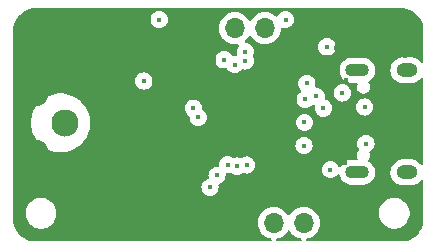
<source format=gbr>
%TF.GenerationSoftware,KiCad,Pcbnew,8.0.0*%
%TF.CreationDate,2024-03-05T20:17:21-06:00*%
%TF.ProjectId,rigel-a-hw,72696765-6c2d-4612-9d68-772e6b696361,rev?*%
%TF.SameCoordinates,Original*%
%TF.FileFunction,Copper,L2,Inr*%
%TF.FilePolarity,Positive*%
%FSLAX46Y46*%
G04 Gerber Fmt 4.6, Leading zero omitted, Abs format (unit mm)*
G04 Created by KiCad (PCBNEW 8.0.0) date 2024-03-05 20:17:21*
%MOMM*%
%LPD*%
G01*
G04 APERTURE LIST*
%TA.AperFunction,ComponentPad*%
%ADD10C,2.300000*%
%TD*%
%TA.AperFunction,ComponentPad*%
%ADD11R,1.700000X1.700000*%
%TD*%
%TA.AperFunction,ComponentPad*%
%ADD12O,1.700000X1.700000*%
%TD*%
%TA.AperFunction,ComponentPad*%
%ADD13O,1.800000X1.200000*%
%TD*%
%TA.AperFunction,ComponentPad*%
%ADD14O,2.000000X1.100000*%
%TD*%
%TA.AperFunction,ViaPad*%
%ADD15C,0.450000*%
%TD*%
G04 APERTURE END LIST*
D10*
%TO.N,GND*%
%TO.C,U6*%
X102019990Y-107300000D03*
X102019990Y-112380010D03*
X107100000Y-112380010D03*
X107100000Y-107300000D03*
%TO.N,Net-(U6-IN)*%
X104559995Y-109840005D03*
%TD*%
D11*
%TO.N,GND*%
%TO.C,J3*%
X116375000Y-101825000D03*
D12*
%TO.N,/USART1_RX*%
X118915000Y-101825000D03*
%TO.N,/USART1_TX*%
X121455000Y-101825000D03*
%TD*%
D13*
%TO.N,unconnected-(U4-SHELL-Pad13)_0*%
%TO.C,U4*%
X133479960Y-105384861D03*
D14*
%TO.N,unconnected-(U4-SHELL-Pad13)*%
X129279807Y-105384861D03*
D13*
%TO.N,unconnected-(U4-SHELL-Pad14)_0*%
X133479960Y-114034849D03*
D14*
%TO.N,unconnected-(U4-SHELL-Pad14)*%
X129279807Y-114034849D03*
%TD*%
D11*
%TO.N,GND*%
%TO.C,J1*%
X127280000Y-118300000D03*
D12*
%TO.N,/JTCK{slash}SWCLK*%
X124740000Y-118300000D03*
%TO.N,/JTMS{slash}SWDIO*%
X122200000Y-118300000D03*
%TD*%
D15*
%TO.N,+3.3V*%
X119100000Y-113500000D03*
%TO.N,GND*%
X126213102Y-105591148D03*
%TO.N,+3.3V*%
X125800000Y-107600000D03*
X126400000Y-108600000D03*
%TO.N,+1V5*%
X124859082Y-107847105D03*
%TO.N,GND*%
X134000000Y-112600000D03*
X132800000Y-112600000D03*
%TO.N,/RESET*%
X115400000Y-108600000D03*
%TO.N,+3.3V*%
X119800000Y-103800000D03*
%TO.N,+1V5*%
X119900000Y-113400000D03*
%TO.N,GND*%
X104140000Y-115570000D03*
X114300000Y-119380000D03*
X129540000Y-101600000D03*
X107950000Y-114300000D03*
X123000000Y-108000000D03*
X133350000Y-111760000D03*
X131060000Y-106660000D03*
X128500000Y-103500000D03*
X109220000Y-116840000D03*
X132080000Y-115570000D03*
X109800000Y-111000000D03*
X120000000Y-100500000D03*
X115500000Y-114600000D03*
X128500000Y-101000000D03*
X102870000Y-104140000D03*
X118200000Y-110000000D03*
X127000000Y-111000000D03*
X121000000Y-108000000D03*
X101600000Y-119380000D03*
X116000000Y-100500000D03*
X114000000Y-109200000D03*
X113215018Y-108800000D03*
X113800000Y-115600000D03*
X133600000Y-107930000D03*
X129900000Y-117000000D03*
X111500000Y-104000000D03*
X106000000Y-105800000D03*
X118200000Y-109000000D03*
X118110000Y-118110000D03*
X102000000Y-100800000D03*
X105410000Y-116840000D03*
X110500000Y-109200000D03*
X114200000Y-111795000D03*
X104200000Y-100500000D03*
X132080000Y-119380000D03*
X124000000Y-115000000D03*
X132080000Y-104140000D03*
X128200000Y-113200000D03*
X109000000Y-110600000D03*
X119000000Y-107000000D03*
X103700000Y-106200000D03*
X122000000Y-108000000D03*
X121200000Y-115000000D03*
X110100000Y-108400000D03*
X126000000Y-104500000D03*
X113030000Y-119380000D03*
X102870000Y-101600000D03*
X104600000Y-101300000D03*
X105500000Y-100500000D03*
X133600000Y-110470000D03*
X114000000Y-100500000D03*
X107300000Y-109000000D03*
X123000000Y-107000000D03*
X132330000Y-106660000D03*
X105500000Y-102000000D03*
X120000000Y-107000000D03*
X101600000Y-104140000D03*
X123000000Y-110000000D03*
X121000000Y-109000000D03*
X132330000Y-110470000D03*
X133350000Y-101600000D03*
X109000000Y-113200000D03*
X125800000Y-103500000D03*
X104600000Y-105800000D03*
X116840000Y-119380000D03*
X109300000Y-108800000D03*
X133350000Y-115570000D03*
X113405054Y-107863208D03*
X105410000Y-114300000D03*
X116500000Y-103500000D03*
X123000000Y-109000000D03*
X122000000Y-109000000D03*
X122200000Y-115000000D03*
X110490000Y-116840000D03*
X110490000Y-115570000D03*
X119000000Y-111000000D03*
X107300000Y-110400000D03*
X119380000Y-118110000D03*
X115570000Y-119380000D03*
X108200000Y-110600000D03*
X132330000Y-109200000D03*
X113030000Y-118110000D03*
X121000000Y-107000000D03*
X106680000Y-118110000D03*
X110500000Y-107600000D03*
X122000000Y-111000000D03*
X133600000Y-109200000D03*
X109220000Y-118110000D03*
X127500000Y-103500000D03*
X120650000Y-119380000D03*
X121000000Y-111000000D03*
X108700000Y-106000000D03*
X107000000Y-100500000D03*
X112165018Y-108000000D03*
X120000000Y-111000000D03*
X107950000Y-118110000D03*
X110600000Y-110600000D03*
X114300000Y-101600000D03*
X104600000Y-117500000D03*
X125000000Y-115000000D03*
X110490000Y-119380000D03*
X110000000Y-102500000D03*
X109220000Y-115570000D03*
X101600000Y-115570000D03*
X128275000Y-106200000D03*
X110000000Y-103500000D03*
X113500000Y-102000000D03*
X107950000Y-119380000D03*
X101000000Y-110500000D03*
X110400000Y-113200000D03*
X131060000Y-107930000D03*
X104140000Y-119380000D03*
X133350000Y-104140000D03*
X111055010Y-108400000D03*
X101600000Y-105410000D03*
X113400000Y-110830000D03*
X123000000Y-111000000D03*
X104140000Y-114300000D03*
X106680000Y-119380000D03*
X114300000Y-118110000D03*
X108500000Y-100500000D03*
X127000000Y-101000000D03*
X106680000Y-116840000D03*
X102870000Y-114300000D03*
X104000000Y-102000000D03*
X119380000Y-119380000D03*
X119000000Y-110000000D03*
X128000000Y-115000000D03*
X109220000Y-119380000D03*
X120650000Y-118110000D03*
X130810000Y-101600000D03*
X132330000Y-107930000D03*
X116840000Y-118110000D03*
X127000000Y-110000000D03*
X101000000Y-109000000D03*
X101600000Y-114300000D03*
X123500000Y-119400000D03*
X110490000Y-118110000D03*
X107000000Y-102000000D03*
X108400000Y-108800000D03*
X122000000Y-107000000D03*
X116200000Y-110900000D03*
X102800000Y-100400000D03*
X106100000Y-104800000D03*
X131060000Y-109200000D03*
X107950000Y-116840000D03*
X133600000Y-106660000D03*
X107950000Y-115570000D03*
X102870000Y-105410000D03*
X105410000Y-118110000D03*
X117500000Y-100500000D03*
X115570000Y-118110000D03*
X131000000Y-116200000D03*
X127000000Y-104500000D03*
X120000000Y-110000000D03*
X114400000Y-111000000D03*
X111500000Y-102500000D03*
X130810000Y-119380000D03*
X115200000Y-111400000D03*
X118200000Y-111000000D03*
X101600000Y-101600000D03*
X102870000Y-119380000D03*
X109300000Y-107600000D03*
X115000000Y-103500000D03*
X105410000Y-119380000D03*
X111760000Y-119380000D03*
X113488028Y-112821833D03*
X118200000Y-108000000D03*
X120000000Y-108000000D03*
X122000000Y-110000000D03*
X129400000Y-118300000D03*
X105200000Y-106500000D03*
X133350000Y-119380000D03*
X131200000Y-105410000D03*
X121000000Y-110000000D03*
X106100000Y-101300000D03*
X111760000Y-118110000D03*
X110200000Y-112000000D03*
X109000000Y-112000000D03*
X110400000Y-114400000D03*
X132080000Y-101600000D03*
X131400000Y-110200000D03*
X120000000Y-109000000D03*
X106680000Y-115570000D03*
X117770033Y-103206970D03*
X102870000Y-115570000D03*
X111760000Y-116840000D03*
X105410000Y-115570000D03*
X102870000Y-102870000D03*
X107800000Y-101300000D03*
X101600000Y-102870000D03*
X119000000Y-109000000D03*
X109220000Y-114300000D03*
X127000000Y-115000000D03*
X106680000Y-114300000D03*
X119000000Y-108000000D03*
X118110000Y-119380000D03*
X115400000Y-113100000D03*
%TO.N,+3.3V*%
X126700000Y-103400000D03*
X118000000Y-104500000D03*
X117391971Y-114291386D03*
X123200000Y-101100000D03*
X119100000Y-113500000D03*
X125000000Y-106500000D03*
X124755131Y-111770495D03*
%TO.N,+5V*%
X128000000Y-107300000D03*
X130000000Y-111600000D03*
%TO.N,/PB0-VDD_TCXO*%
X116800000Y-115300000D03*
%TO.N,/OSC_IN*%
X118290538Y-113366470D03*
%TO.N,Net-(U4-CC1)*%
X127000000Y-113800000D03*
X129900000Y-108500000D03*
%TO.N,/BOOT0*%
X115800000Y-109370000D03*
%TO.N,/TIM1_CH1_LED_1*%
X112500000Y-101100000D03*
%TO.N,/USART2_RX*%
X118884625Y-104900000D03*
%TO.N,/USART2_TX*%
X119800000Y-104600000D03*
%TO.N,/TIM1_CH2_LED_2*%
X111200000Y-106300000D03*
%TO.N,Net-(U1-VDDA)*%
X124800000Y-109800000D03*
%TD*%
%TA.AperFunction,Conductor*%
%TO.N,GND*%
G36*
X112503346Y-100145098D02*
G01*
X112535192Y-100129360D01*
X112556586Y-100127500D01*
X123143414Y-100127500D01*
X123203346Y-100145098D01*
X123235192Y-100129360D01*
X123256586Y-100127500D01*
X132970899Y-100127500D01*
X132995933Y-100127500D01*
X133004042Y-100127765D01*
X133025793Y-100129190D01*
X133236316Y-100142988D01*
X133252375Y-100145103D01*
X133476677Y-100189720D01*
X133492322Y-100193912D01*
X133708886Y-100267426D01*
X133723857Y-100273627D01*
X133892297Y-100356692D01*
X133928960Y-100374772D01*
X133943008Y-100382882D01*
X134133152Y-100509933D01*
X134146012Y-100519801D01*
X134230884Y-100594232D01*
X134317946Y-100670584D01*
X134329415Y-100682053D01*
X134470609Y-100843053D01*
X134480195Y-100853983D01*
X134490069Y-100866851D01*
X134617117Y-101056992D01*
X134625227Y-101071039D01*
X134726369Y-101276135D01*
X134732576Y-101291120D01*
X134806084Y-101507666D01*
X134810282Y-101523334D01*
X134854894Y-101747612D01*
X134857012Y-101763693D01*
X134872235Y-101995956D01*
X134872500Y-102004066D01*
X134872500Y-104634698D01*
X134852815Y-104701737D01*
X134800011Y-104747492D01*
X134730853Y-104757436D01*
X134667297Y-104728411D01*
X134648183Y-104707584D01*
X134619378Y-104667939D01*
X134619374Y-104667933D01*
X134496888Y-104545447D01*
X134356748Y-104443629D01*
X134202405Y-104364988D01*
X134037661Y-104311459D01*
X134037659Y-104311458D01*
X134037658Y-104311458D01*
X133906231Y-104290642D01*
X133866571Y-104284361D01*
X133093349Y-104284361D01*
X133053688Y-104290642D01*
X132922262Y-104311458D01*
X132757512Y-104364989D01*
X132603171Y-104443629D01*
X132525590Y-104499996D01*
X132463032Y-104545447D01*
X132463030Y-104545449D01*
X132463029Y-104545449D01*
X132340548Y-104667930D01*
X132340548Y-104667931D01*
X132340546Y-104667933D01*
X132340542Y-104667939D01*
X132238728Y-104808072D01*
X132160088Y-104962413D01*
X132106557Y-105127163D01*
X132093154Y-105211787D01*
X132079460Y-105298250D01*
X132079460Y-105471472D01*
X132082130Y-105488327D01*
X132104582Y-105630091D01*
X132106558Y-105642562D01*
X132160087Y-105807306D01*
X132238728Y-105961649D01*
X132340546Y-106101789D01*
X132463032Y-106224275D01*
X132603172Y-106326093D01*
X132757515Y-106404734D01*
X132922259Y-106458263D01*
X133093349Y-106485361D01*
X133093350Y-106485361D01*
X133866570Y-106485361D01*
X133866571Y-106485361D01*
X134037661Y-106458263D01*
X134202405Y-106404734D01*
X134356748Y-106326093D01*
X134496888Y-106224275D01*
X134619374Y-106101789D01*
X134648182Y-106062137D01*
X134703512Y-106019472D01*
X134773125Y-106013493D01*
X134834920Y-106046098D01*
X134869277Y-106106937D01*
X134872500Y-106135023D01*
X134872500Y-113284686D01*
X134852815Y-113351725D01*
X134800011Y-113397480D01*
X134730853Y-113407424D01*
X134667297Y-113378399D01*
X134648183Y-113357572D01*
X134619378Y-113317927D01*
X134619374Y-113317921D01*
X134496888Y-113195435D01*
X134356748Y-113093617D01*
X134202405Y-113014976D01*
X134037661Y-112961447D01*
X134037659Y-112961446D01*
X134037658Y-112961446D01*
X133893657Y-112938639D01*
X133866571Y-112934349D01*
X133093349Y-112934349D01*
X133066263Y-112938639D01*
X132922262Y-112961446D01*
X132757512Y-113014977D01*
X132603171Y-113093617D01*
X132536290Y-113142210D01*
X132463032Y-113195435D01*
X132463030Y-113195437D01*
X132463029Y-113195437D01*
X132340548Y-113317918D01*
X132340548Y-113317919D01*
X132340546Y-113317921D01*
X132340542Y-113317927D01*
X132238728Y-113458060D01*
X132160088Y-113612401D01*
X132106557Y-113777151D01*
X132102938Y-113800003D01*
X132079460Y-113948238D01*
X132079460Y-114121460D01*
X132082130Y-114138315D01*
X132106373Y-114291386D01*
X132106558Y-114292550D01*
X132160087Y-114457294D01*
X132238728Y-114611637D01*
X132340546Y-114751777D01*
X132463032Y-114874263D01*
X132603172Y-114976081D01*
X132757515Y-115054722D01*
X132922259Y-115108251D01*
X133093349Y-115135349D01*
X133093350Y-115135349D01*
X133866570Y-115135349D01*
X133866571Y-115135349D01*
X134037661Y-115108251D01*
X134202405Y-115054722D01*
X134356748Y-114976081D01*
X134496888Y-114874263D01*
X134619374Y-114751777D01*
X134648182Y-114712125D01*
X134703512Y-114669460D01*
X134773125Y-114663481D01*
X134834920Y-114696086D01*
X134869277Y-114756925D01*
X134872500Y-114785011D01*
X134872500Y-117995933D01*
X134872235Y-118004043D01*
X134857012Y-118236306D01*
X134854894Y-118252387D01*
X134810282Y-118476665D01*
X134806084Y-118492333D01*
X134732576Y-118708879D01*
X134726369Y-118723864D01*
X134625227Y-118928960D01*
X134617117Y-118943007D01*
X134490069Y-119133148D01*
X134480195Y-119146016D01*
X134329415Y-119317946D01*
X134317946Y-119329415D01*
X134146016Y-119480195D01*
X134133148Y-119490069D01*
X133943007Y-119617117D01*
X133928960Y-119625227D01*
X133723864Y-119726369D01*
X133708879Y-119732576D01*
X133492333Y-119806084D01*
X133476665Y-119810282D01*
X133252387Y-119854894D01*
X133236306Y-119857012D01*
X133004043Y-119872235D01*
X132995933Y-119872500D01*
X125031155Y-119872500D01*
X124964116Y-119852815D01*
X124918361Y-119800011D01*
X124908417Y-119730853D01*
X124937442Y-119667297D01*
X124996220Y-119629523D01*
X124999062Y-119628725D01*
X125095178Y-119602971D01*
X125203663Y-119573903D01*
X125417830Y-119474035D01*
X125611401Y-119338495D01*
X125778495Y-119171401D01*
X125914035Y-118977830D01*
X126013903Y-118763663D01*
X126075063Y-118535408D01*
X126095659Y-118300000D01*
X126075063Y-118064592D01*
X126013903Y-117836337D01*
X125914035Y-117622171D01*
X125908425Y-117614158D01*
X125900158Y-117602351D01*
X131099500Y-117602351D01*
X131131522Y-117804534D01*
X131194781Y-117999223D01*
X131287715Y-118181613D01*
X131408028Y-118347213D01*
X131552786Y-118491971D01*
X131707749Y-118604556D01*
X131718390Y-118612287D01*
X131834607Y-118671503D01*
X131900776Y-118705218D01*
X131900778Y-118705218D01*
X131900781Y-118705220D01*
X132005137Y-118739127D01*
X132095465Y-118768477D01*
X132196557Y-118784488D01*
X132297648Y-118800500D01*
X132297649Y-118800500D01*
X132502351Y-118800500D01*
X132502352Y-118800500D01*
X132704534Y-118768477D01*
X132899219Y-118705220D01*
X133081610Y-118612287D01*
X133187433Y-118535403D01*
X133247213Y-118491971D01*
X133247215Y-118491968D01*
X133247219Y-118491966D01*
X133391966Y-118347219D01*
X133391968Y-118347215D01*
X133391971Y-118347213D01*
X133460865Y-118252387D01*
X133512287Y-118181610D01*
X133605220Y-117999219D01*
X133668477Y-117804534D01*
X133700500Y-117602352D01*
X133700500Y-117397648D01*
X133668477Y-117195466D01*
X133645894Y-117125964D01*
X133613446Y-117026098D01*
X133605220Y-117000781D01*
X133605218Y-117000778D01*
X133605218Y-117000776D01*
X133571503Y-116934607D01*
X133512287Y-116818390D01*
X133504556Y-116807749D01*
X133391971Y-116652786D01*
X133247213Y-116508028D01*
X133081613Y-116387715D01*
X133081612Y-116387714D01*
X133081610Y-116387713D01*
X133024653Y-116358691D01*
X132899223Y-116294781D01*
X132704534Y-116231522D01*
X132529995Y-116203878D01*
X132502352Y-116199500D01*
X132297648Y-116199500D01*
X132273329Y-116203351D01*
X132095465Y-116231522D01*
X131900776Y-116294781D01*
X131718386Y-116387715D01*
X131552786Y-116508028D01*
X131408028Y-116652786D01*
X131287715Y-116818386D01*
X131194781Y-117000776D01*
X131131522Y-117195465D01*
X131099500Y-117397648D01*
X131099500Y-117602351D01*
X125900158Y-117602351D01*
X125778494Y-117428597D01*
X125611402Y-117261506D01*
X125611395Y-117261501D01*
X125417834Y-117125967D01*
X125417830Y-117125965D01*
X125417828Y-117125964D01*
X125203663Y-117026097D01*
X125203659Y-117026096D01*
X125203655Y-117026094D01*
X124975413Y-116964938D01*
X124975403Y-116964936D01*
X124740001Y-116944341D01*
X124739999Y-116944341D01*
X124504596Y-116964936D01*
X124504586Y-116964938D01*
X124276344Y-117026094D01*
X124276335Y-117026098D01*
X124062171Y-117125964D01*
X124062169Y-117125965D01*
X123868597Y-117261505D01*
X123701505Y-117428597D01*
X123571575Y-117614158D01*
X123516998Y-117657783D01*
X123447500Y-117664977D01*
X123385145Y-117633454D01*
X123368425Y-117614158D01*
X123238494Y-117428597D01*
X123071402Y-117261506D01*
X123071395Y-117261501D01*
X122877834Y-117125967D01*
X122877830Y-117125965D01*
X122877828Y-117125964D01*
X122663663Y-117026097D01*
X122663659Y-117026096D01*
X122663655Y-117026094D01*
X122435413Y-116964938D01*
X122435403Y-116964936D01*
X122200001Y-116944341D01*
X122199999Y-116944341D01*
X121964596Y-116964936D01*
X121964586Y-116964938D01*
X121736344Y-117026094D01*
X121736335Y-117026098D01*
X121522171Y-117125964D01*
X121522169Y-117125965D01*
X121328597Y-117261505D01*
X121161505Y-117428597D01*
X121025965Y-117622169D01*
X121025964Y-117622171D01*
X120926098Y-117836335D01*
X120926094Y-117836344D01*
X120864938Y-118064586D01*
X120864936Y-118064596D01*
X120844341Y-118299999D01*
X120844341Y-118300000D01*
X120864936Y-118535403D01*
X120864938Y-118535413D01*
X120926094Y-118763655D01*
X120926096Y-118763659D01*
X120926097Y-118763663D01*
X121006004Y-118935023D01*
X121025965Y-118977830D01*
X121025967Y-118977834D01*
X121134281Y-119132521D01*
X121161505Y-119171401D01*
X121328599Y-119338495D01*
X121424675Y-119405768D01*
X121522165Y-119474032D01*
X121522167Y-119474033D01*
X121522170Y-119474035D01*
X121736337Y-119573903D01*
X121736343Y-119573904D01*
X121736344Y-119573905D01*
X121940938Y-119628725D01*
X122000599Y-119665090D01*
X122031128Y-119727937D01*
X122022834Y-119797312D01*
X121978348Y-119851190D01*
X121911796Y-119872465D01*
X121908845Y-119872500D01*
X102004067Y-119872500D01*
X101995957Y-119872235D01*
X101763693Y-119857012D01*
X101747612Y-119854894D01*
X101523334Y-119810282D01*
X101507666Y-119806084D01*
X101291120Y-119732576D01*
X101276135Y-119726369D01*
X101071039Y-119625227D01*
X101056992Y-119617117D01*
X100866851Y-119490069D01*
X100853983Y-119480195D01*
X100682053Y-119329415D01*
X100670584Y-119317946D01*
X100610924Y-119249918D01*
X100519801Y-119146012D01*
X100509930Y-119133148D01*
X100382882Y-118943007D01*
X100374772Y-118928960D01*
X100295631Y-118768477D01*
X100273627Y-118723857D01*
X100267426Y-118708886D01*
X100193912Y-118492322D01*
X100189720Y-118476677D01*
X100145103Y-118252375D01*
X100142988Y-118236316D01*
X100127765Y-118004042D01*
X100127500Y-117995933D01*
X100127500Y-117602351D01*
X101199500Y-117602351D01*
X101231522Y-117804534D01*
X101294781Y-117999223D01*
X101387715Y-118181613D01*
X101508028Y-118347213D01*
X101652786Y-118491971D01*
X101807749Y-118604556D01*
X101818390Y-118612287D01*
X101934607Y-118671503D01*
X102000776Y-118705218D01*
X102000778Y-118705218D01*
X102000781Y-118705220D01*
X102105137Y-118739127D01*
X102195465Y-118768477D01*
X102296557Y-118784488D01*
X102397648Y-118800500D01*
X102397649Y-118800500D01*
X102602351Y-118800500D01*
X102602352Y-118800500D01*
X102804534Y-118768477D01*
X102999219Y-118705220D01*
X103181610Y-118612287D01*
X103287433Y-118535403D01*
X103347213Y-118491971D01*
X103347215Y-118491968D01*
X103347219Y-118491966D01*
X103491966Y-118347219D01*
X103491968Y-118347215D01*
X103491971Y-118347213D01*
X103560865Y-118252387D01*
X103612287Y-118181610D01*
X103705220Y-117999219D01*
X103768477Y-117804534D01*
X103800500Y-117602352D01*
X103800500Y-117397648D01*
X103768477Y-117195466D01*
X103745894Y-117125964D01*
X103713446Y-117026098D01*
X103705220Y-117000781D01*
X103705218Y-117000778D01*
X103705218Y-117000776D01*
X103671503Y-116934607D01*
X103612287Y-116818390D01*
X103604556Y-116807749D01*
X103491971Y-116652786D01*
X103347213Y-116508028D01*
X103181613Y-116387715D01*
X103181612Y-116387714D01*
X103181610Y-116387713D01*
X103124653Y-116358691D01*
X102999223Y-116294781D01*
X102804534Y-116231522D01*
X102629995Y-116203878D01*
X102602352Y-116199500D01*
X102397648Y-116199500D01*
X102373329Y-116203351D01*
X102195465Y-116231522D01*
X102000776Y-116294781D01*
X101818386Y-116387715D01*
X101652786Y-116508028D01*
X101508028Y-116652786D01*
X101387715Y-116818386D01*
X101294781Y-117000776D01*
X101231522Y-117195465D01*
X101199500Y-117397648D01*
X101199500Y-117602351D01*
X100127500Y-117602351D01*
X100127500Y-115300003D01*
X116069909Y-115300003D01*
X116088212Y-115462455D01*
X116142210Y-115616774D01*
X116142211Y-115616775D01*
X116229192Y-115755204D01*
X116344796Y-115870808D01*
X116483225Y-115957789D01*
X116637539Y-116011786D01*
X116637542Y-116011786D01*
X116637544Y-116011787D01*
X116799996Y-116030091D01*
X116800000Y-116030091D01*
X116800004Y-116030091D01*
X116962455Y-116011787D01*
X116962456Y-116011786D01*
X116962461Y-116011786D01*
X117116775Y-115957789D01*
X117255204Y-115870808D01*
X117370808Y-115755204D01*
X117457789Y-115616775D01*
X117511786Y-115462461D01*
X117530091Y-115300000D01*
X117511786Y-115137539D01*
X117511784Y-115137534D01*
X117511200Y-115134973D01*
X117511304Y-115133260D01*
X117511007Y-115130618D01*
X117511469Y-115130565D01*
X117515468Y-115065233D01*
X117556763Y-115008873D01*
X117591135Y-114990329D01*
X117661263Y-114965790D01*
X117708746Y-114949175D01*
X117847175Y-114862194D01*
X117962779Y-114746590D01*
X118049760Y-114608161D01*
X118103757Y-114453847D01*
X118103758Y-114453841D01*
X118122062Y-114291389D01*
X118122062Y-114291384D01*
X118117985Y-114255201D01*
X118115071Y-114229342D01*
X118127125Y-114160522D01*
X118174473Y-114109142D01*
X118242083Y-114091517D01*
X118252174Y-114092239D01*
X118290534Y-114096561D01*
X118290538Y-114096561D01*
X118290542Y-114096561D01*
X118452993Y-114078257D01*
X118452994Y-114078256D01*
X118452999Y-114078256D01*
X118528111Y-114051972D01*
X118597886Y-114048410D01*
X118638265Y-114068113D01*
X118638900Y-114067103D01*
X118644795Y-114070807D01*
X118644796Y-114070808D01*
X118783225Y-114157789D01*
X118937539Y-114211786D01*
X118937542Y-114211786D01*
X118937544Y-114211787D01*
X119099996Y-114230091D01*
X119100000Y-114230091D01*
X119100004Y-114230091D01*
X119262455Y-114211787D01*
X119262456Y-114211786D01*
X119262461Y-114211786D01*
X119416775Y-114157789D01*
X119527972Y-114087918D01*
X119595208Y-114068918D01*
X119634896Y-114075869D01*
X119737539Y-114111786D01*
X119737542Y-114111786D01*
X119737544Y-114111787D01*
X119899996Y-114130091D01*
X119900000Y-114130091D01*
X119900004Y-114130091D01*
X120062455Y-114111787D01*
X120062456Y-114111786D01*
X120062461Y-114111786D01*
X120216775Y-114057789D01*
X120355204Y-113970808D01*
X120470808Y-113855204D01*
X120505493Y-113800003D01*
X126269909Y-113800003D01*
X126288212Y-113962455D01*
X126288213Y-113962460D01*
X126288214Y-113962461D01*
X126295379Y-113982939D01*
X126342210Y-114116774D01*
X126401911Y-114211787D01*
X126429192Y-114255204D01*
X126544796Y-114370808D01*
X126683225Y-114457789D01*
X126837539Y-114511786D01*
X126837542Y-114511786D01*
X126837544Y-114511787D01*
X126999996Y-114530091D01*
X127000000Y-114530091D01*
X127000004Y-114530091D01*
X127162455Y-114511787D01*
X127162456Y-114511786D01*
X127162461Y-114511786D01*
X127316775Y-114457789D01*
X127455204Y-114370808D01*
X127570808Y-114255204D01*
X127581023Y-114238947D01*
X127633357Y-114192655D01*
X127702410Y-114182006D01*
X127766259Y-114210381D01*
X127804631Y-114268770D01*
X127807634Y-114280727D01*
X127819675Y-114341261D01*
X127819677Y-114341269D01*
X127869196Y-114460819D01*
X127898866Y-114532447D01*
X127932324Y-114582521D01*
X128013831Y-114704506D01*
X128160149Y-114850824D01*
X128160152Y-114850826D01*
X128332209Y-114965790D01*
X128523387Y-115044979D01*
X128726337Y-115085348D01*
X128726341Y-115085349D01*
X128726342Y-115085349D01*
X129833273Y-115085349D01*
X129833274Y-115085348D01*
X130036227Y-115044979D01*
X130227405Y-114965790D01*
X130399462Y-114850826D01*
X130545784Y-114704504D01*
X130660748Y-114532447D01*
X130739937Y-114341269D01*
X130780307Y-114138314D01*
X130780307Y-113931384D01*
X130739937Y-113728429D01*
X130660748Y-113537251D01*
X130545784Y-113365194D01*
X130545782Y-113365191D01*
X130399465Y-113218874D01*
X130399461Y-113218871D01*
X130261456Y-113126659D01*
X130216651Y-113073047D01*
X130207944Y-113003722D01*
X130236099Y-112944871D01*
X130235574Y-112944468D01*
X130237483Y-112941979D01*
X130238098Y-112940695D01*
X130240046Y-112938639D01*
X130240514Y-112938028D01*
X130240520Y-112938023D01*
X130302263Y-112831081D01*
X130312993Y-112812496D01*
X130312995Y-112812491D01*
X130312996Y-112812490D01*
X130350513Y-112672476D01*
X130350513Y-112527524D01*
X130312996Y-112387510D01*
X130312995Y-112387508D01*
X130311210Y-112383199D01*
X130303742Y-112313730D01*
X130335018Y-112251251D01*
X130359797Y-112230756D01*
X130455204Y-112170808D01*
X130570808Y-112055204D01*
X130657789Y-111916775D01*
X130711786Y-111762461D01*
X130711787Y-111762455D01*
X130730091Y-111600003D01*
X130730091Y-111599996D01*
X130711787Y-111437544D01*
X130711786Y-111437542D01*
X130711786Y-111437539D01*
X130657789Y-111283225D01*
X130570808Y-111144796D01*
X130455204Y-111029192D01*
X130438193Y-111018503D01*
X130316774Y-110942210D01*
X130162455Y-110888212D01*
X130000004Y-110869909D01*
X129999996Y-110869909D01*
X129837544Y-110888212D01*
X129683225Y-110942210D01*
X129544795Y-111029192D01*
X129429192Y-111144795D01*
X129342210Y-111283225D01*
X129288212Y-111437544D01*
X129269909Y-111599996D01*
X129269909Y-111600003D01*
X129288212Y-111762455D01*
X129342210Y-111916774D01*
X129429470Y-112055646D01*
X129448470Y-112122882D01*
X129428103Y-112189718D01*
X129412158Y-112209298D01*
X129359481Y-112261975D01*
X129359475Y-112261983D01*
X129287006Y-112387503D01*
X129287004Y-112387508D01*
X129268245Y-112457517D01*
X129249487Y-112527524D01*
X129249487Y-112672476D01*
X129268173Y-112742211D01*
X129287004Y-112812491D01*
X129287175Y-112812902D01*
X129287215Y-112813275D01*
X129289108Y-112820340D01*
X129288005Y-112820635D01*
X129294640Y-112882372D01*
X129263361Y-112944850D01*
X129203271Y-112980499D01*
X129172611Y-112984349D01*
X128726337Y-112984349D01*
X128523394Y-113024717D01*
X128523386Y-113024719D01*
X128332210Y-113103907D01*
X128160149Y-113218873D01*
X128013831Y-113365191D01*
X127898861Y-113537257D01*
X127897716Y-113539401D01*
X127896821Y-113540311D01*
X127895482Y-113542316D01*
X127895101Y-113542061D01*
X127848750Y-113589242D01*
X127780611Y-113604698D01*
X127714933Y-113580861D01*
X127672568Y-113525301D01*
X127671320Y-113521894D01*
X127657789Y-113483225D01*
X127605495Y-113400000D01*
X127570808Y-113344796D01*
X127455204Y-113229192D01*
X127438783Y-113218874D01*
X127316774Y-113142210D01*
X127162455Y-113088212D01*
X127000004Y-113069909D01*
X126999996Y-113069909D01*
X126837544Y-113088212D01*
X126683225Y-113142210D01*
X126544795Y-113229192D01*
X126429192Y-113344795D01*
X126342210Y-113483225D01*
X126288212Y-113637544D01*
X126269909Y-113799996D01*
X126269909Y-113800003D01*
X120505493Y-113800003D01*
X120557789Y-113716775D01*
X120611786Y-113562461D01*
X120611787Y-113562455D01*
X120630091Y-113400003D01*
X120630091Y-113399996D01*
X120611787Y-113237544D01*
X120611786Y-113237542D01*
X120611786Y-113237539D01*
X120557789Y-113083225D01*
X120470808Y-112944796D01*
X120355204Y-112829192D01*
X120306131Y-112798357D01*
X120216774Y-112742210D01*
X120062455Y-112688212D01*
X119900004Y-112669909D01*
X119899996Y-112669909D01*
X119737544Y-112688212D01*
X119583224Y-112742210D01*
X119472026Y-112812081D01*
X119404789Y-112831081D01*
X119365100Y-112824129D01*
X119262455Y-112788212D01*
X119100004Y-112769909D01*
X119099996Y-112769909D01*
X118937541Y-112788213D01*
X118862427Y-112814496D01*
X118792648Y-112818057D01*
X118752272Y-112798357D01*
X118751638Y-112799367D01*
X118733888Y-112788214D01*
X118660674Y-112742210D01*
X118607312Y-112708680D01*
X118452993Y-112654682D01*
X118290542Y-112636379D01*
X118290534Y-112636379D01*
X118128082Y-112654682D01*
X117973763Y-112708680D01*
X117835333Y-112795662D01*
X117719730Y-112911265D01*
X117632748Y-113049695D01*
X117578750Y-113204014D01*
X117560447Y-113366466D01*
X117560447Y-113366473D01*
X117567437Y-113428514D01*
X117555382Y-113497336D01*
X117508033Y-113548715D01*
X117440423Y-113566339D01*
X117430334Y-113565617D01*
X117391975Y-113561295D01*
X117391967Y-113561295D01*
X117229515Y-113579598D01*
X117075196Y-113633596D01*
X116936766Y-113720578D01*
X116821163Y-113836181D01*
X116734181Y-113974611D01*
X116680183Y-114128930D01*
X116661880Y-114291382D01*
X116661880Y-114291389D01*
X116680183Y-114453845D01*
X116680773Y-114456426D01*
X116680667Y-114458140D01*
X116680964Y-114460768D01*
X116680503Y-114460819D01*
X116676498Y-114526164D01*
X116635197Y-114582521D01*
X116600836Y-114601056D01*
X116483227Y-114642209D01*
X116344795Y-114729192D01*
X116229192Y-114844795D01*
X116142210Y-114983225D01*
X116088212Y-115137544D01*
X116069909Y-115299996D01*
X116069909Y-115300003D01*
X100127500Y-115300003D01*
X100127500Y-109840005D01*
X101648037Y-109840005D01*
X101660075Y-110085047D01*
X101660075Y-110085053D01*
X101660076Y-110085055D01*
X101662306Y-110100091D01*
X101696073Y-110327730D01*
X101746762Y-110530091D01*
X101755686Y-110565715D01*
X101755691Y-110565732D01*
X101838330Y-110796693D01*
X101838338Y-110796713D01*
X101943233Y-111018496D01*
X101943236Y-111018501D01*
X101943237Y-111018503D01*
X102069360Y-111228927D01*
X102215514Y-111425993D01*
X102240645Y-111453720D01*
X102380270Y-111607771D01*
X102506667Y-111722332D01*
X102559809Y-111770498D01*
X102562053Y-111772531D01*
X102759111Y-111918679D01*
X102969545Y-112044808D01*
X103191328Y-112149703D01*
X103191342Y-112149708D01*
X103191347Y-112149710D01*
X103422308Y-112232349D01*
X103422325Y-112232355D01*
X103660311Y-112291968D01*
X103902994Y-112327966D01*
X104148037Y-112340005D01*
X104393079Y-112327966D01*
X104635762Y-112291968D01*
X104873748Y-112232355D01*
X105104745Y-112149703D01*
X105326528Y-112044808D01*
X105536962Y-111918679D01*
X105734020Y-111772531D01*
X105736263Y-111770498D01*
X124025040Y-111770498D01*
X124043343Y-111932950D01*
X124097341Y-112087269D01*
X124184323Y-112225699D01*
X124299927Y-112341303D01*
X124438356Y-112428284D01*
X124592670Y-112482281D01*
X124592673Y-112482281D01*
X124592675Y-112482282D01*
X124755127Y-112500586D01*
X124755131Y-112500586D01*
X124755135Y-112500586D01*
X124917586Y-112482282D01*
X124917587Y-112482281D01*
X124917592Y-112482281D01*
X125071906Y-112428284D01*
X125210335Y-112341303D01*
X125325939Y-112225699D01*
X125412920Y-112087270D01*
X125466917Y-111932956D01*
X125468740Y-111916775D01*
X125485222Y-111770498D01*
X125485222Y-111770491D01*
X125466918Y-111608039D01*
X125466917Y-111608037D01*
X125466917Y-111608034D01*
X125412920Y-111453720D01*
X125325939Y-111315291D01*
X125210335Y-111199687D01*
X125122977Y-111144796D01*
X125071905Y-111112705D01*
X124917586Y-111058707D01*
X124755135Y-111040404D01*
X124755127Y-111040404D01*
X124592675Y-111058707D01*
X124438356Y-111112705D01*
X124299926Y-111199687D01*
X124184323Y-111315290D01*
X124097341Y-111453720D01*
X124043343Y-111608039D01*
X124025040Y-111770491D01*
X124025040Y-111770498D01*
X105736263Y-111770498D01*
X105915803Y-111607771D01*
X106080563Y-111425988D01*
X106226711Y-111228930D01*
X106352840Y-111018496D01*
X106457735Y-110796713D01*
X106540387Y-110565716D01*
X106600000Y-110327730D01*
X106635998Y-110085047D01*
X106648037Y-109840005D01*
X106635998Y-109594962D01*
X106600000Y-109352279D01*
X106540387Y-109114293D01*
X106524828Y-109070808D01*
X106457742Y-108883315D01*
X106457740Y-108883310D01*
X106457735Y-108883296D01*
X106352840Y-108661513D01*
X106315972Y-108600003D01*
X114669909Y-108600003D01*
X114688212Y-108762455D01*
X114742210Y-108916774D01*
X114829192Y-109055204D01*
X114944796Y-109170808D01*
X115016624Y-109215941D01*
X115062915Y-109268276D01*
X115073873Y-109334816D01*
X115069910Y-109369996D01*
X115069909Y-109370003D01*
X115088212Y-109532455D01*
X115142210Y-109686774D01*
X115142211Y-109686775D01*
X115229192Y-109825204D01*
X115344796Y-109940808D01*
X115483225Y-110027789D01*
X115637539Y-110081786D01*
X115637542Y-110081786D01*
X115637544Y-110081787D01*
X115799996Y-110100091D01*
X115800000Y-110100091D01*
X115800004Y-110100091D01*
X115962455Y-110081787D01*
X115962456Y-110081786D01*
X115962461Y-110081786D01*
X116116775Y-110027789D01*
X116255204Y-109940808D01*
X116370808Y-109825204D01*
X116386643Y-109800003D01*
X124069909Y-109800003D01*
X124088212Y-109962455D01*
X124142210Y-110116774D01*
X124142211Y-110116775D01*
X124229192Y-110255204D01*
X124344796Y-110370808D01*
X124483225Y-110457789D01*
X124637539Y-110511786D01*
X124637542Y-110511786D01*
X124637544Y-110511787D01*
X124799996Y-110530091D01*
X124800000Y-110530091D01*
X124800004Y-110530091D01*
X124962455Y-110511787D01*
X124962456Y-110511786D01*
X124962461Y-110511786D01*
X125116775Y-110457789D01*
X125255204Y-110370808D01*
X125370808Y-110255204D01*
X125457789Y-110116775D01*
X125511786Y-109962461D01*
X125525584Y-109840004D01*
X125530091Y-109800003D01*
X125530091Y-109799996D01*
X125511787Y-109637544D01*
X125511786Y-109637542D01*
X125511786Y-109637539D01*
X125457789Y-109483225D01*
X125370808Y-109344796D01*
X125255204Y-109229192D01*
X125162287Y-109170808D01*
X125116774Y-109142210D01*
X124962455Y-109088212D01*
X124800004Y-109069909D01*
X124799996Y-109069909D01*
X124637544Y-109088212D01*
X124483225Y-109142210D01*
X124344795Y-109229192D01*
X124229192Y-109344795D01*
X124142210Y-109483225D01*
X124088212Y-109637544D01*
X124069909Y-109799996D01*
X124069909Y-109800003D01*
X116386643Y-109800003D01*
X116457789Y-109686775D01*
X116511786Y-109532461D01*
X116530091Y-109370000D01*
X116528094Y-109352279D01*
X116511787Y-109207544D01*
X116511786Y-109207542D01*
X116511786Y-109207539D01*
X116457789Y-109053225D01*
X116370808Y-108914796D01*
X116255204Y-108799192D01*
X116255202Y-108799190D01*
X116255197Y-108799186D01*
X116183375Y-108754057D01*
X116137084Y-108701723D01*
X116126127Y-108635179D01*
X116130091Y-108600001D01*
X116130091Y-108599996D01*
X116111787Y-108437544D01*
X116111786Y-108437542D01*
X116111786Y-108437539D01*
X116057789Y-108283225D01*
X115970808Y-108144796D01*
X115855204Y-108029192D01*
X115823960Y-108009560D01*
X115716774Y-107942210D01*
X115562455Y-107888212D01*
X115400004Y-107869909D01*
X115399996Y-107869909D01*
X115237544Y-107888212D01*
X115083225Y-107942210D01*
X114944795Y-108029192D01*
X114829192Y-108144795D01*
X114742210Y-108283225D01*
X114688212Y-108437544D01*
X114669909Y-108599996D01*
X114669909Y-108600003D01*
X106315972Y-108600003D01*
X106226711Y-108451079D01*
X106080563Y-108254021D01*
X105915803Y-108072238D01*
X105772341Y-107942210D01*
X105734025Y-107907482D01*
X105708042Y-107888212D01*
X105652620Y-107847108D01*
X124128991Y-107847108D01*
X124147294Y-108009560D01*
X124201292Y-108163879D01*
X124276283Y-108283225D01*
X124288274Y-108302309D01*
X124403878Y-108417913D01*
X124542307Y-108504894D01*
X124696621Y-108558891D01*
X124696624Y-108558891D01*
X124696626Y-108558892D01*
X124859078Y-108577196D01*
X124859082Y-108577196D01*
X124859086Y-108577196D01*
X125021537Y-108558892D01*
X125021538Y-108558891D01*
X125021543Y-108558891D01*
X125175857Y-108504894D01*
X125314286Y-108417913D01*
X125421604Y-108310594D01*
X125482923Y-108277112D01*
X125550234Y-108281236D01*
X125606588Y-108300955D01*
X125663362Y-108341677D01*
X125689109Y-108406630D01*
X125688851Y-108431879D01*
X125669909Y-108599996D01*
X125669909Y-108600003D01*
X125688212Y-108762455D01*
X125742210Y-108916774D01*
X125827949Y-109053225D01*
X125829192Y-109055204D01*
X125944796Y-109170808D01*
X126083225Y-109257789D01*
X126237539Y-109311786D01*
X126237542Y-109311786D01*
X126237544Y-109311787D01*
X126399996Y-109330091D01*
X126400000Y-109330091D01*
X126400004Y-109330091D01*
X126562455Y-109311787D01*
X126562456Y-109311786D01*
X126562461Y-109311786D01*
X126716775Y-109257789D01*
X126855204Y-109170808D01*
X126970808Y-109055204D01*
X127057789Y-108916775D01*
X127111786Y-108762461D01*
X127112733Y-108754057D01*
X127130091Y-108600003D01*
X127130091Y-108599996D01*
X127118824Y-108500003D01*
X129169909Y-108500003D01*
X129188212Y-108662455D01*
X129242210Y-108816774D01*
X129242211Y-108816775D01*
X129329192Y-108955204D01*
X129444796Y-109070808D01*
X129583225Y-109157789D01*
X129737539Y-109211786D01*
X129737542Y-109211786D01*
X129737544Y-109211787D01*
X129899996Y-109230091D01*
X129900000Y-109230091D01*
X129900004Y-109230091D01*
X130062455Y-109211787D01*
X130062456Y-109211786D01*
X130062461Y-109211786D01*
X130216775Y-109157789D01*
X130355204Y-109070808D01*
X130470808Y-108955204D01*
X130557789Y-108816775D01*
X130611786Y-108662461D01*
X130614860Y-108635179D01*
X130630091Y-108500003D01*
X130630091Y-108499996D01*
X130611787Y-108337544D01*
X130611786Y-108337542D01*
X130611786Y-108337539D01*
X130557789Y-108183225D01*
X130470808Y-108044796D01*
X130355204Y-107929192D01*
X130320653Y-107907482D01*
X130216774Y-107842210D01*
X130062455Y-107788212D01*
X129900004Y-107769909D01*
X129899996Y-107769909D01*
X129737544Y-107788212D01*
X129583225Y-107842210D01*
X129444795Y-107929192D01*
X129329192Y-108044795D01*
X129242210Y-108183225D01*
X129188212Y-108337544D01*
X129169909Y-108499996D01*
X129169909Y-108500003D01*
X127118824Y-108500003D01*
X127111787Y-108437544D01*
X127111786Y-108437542D01*
X127111786Y-108437539D01*
X127057789Y-108283225D01*
X126970808Y-108144796D01*
X126855204Y-108029192D01*
X126716775Y-107942211D01*
X126716772Y-107942209D01*
X126593414Y-107899044D01*
X126536638Y-107858323D01*
X126510891Y-107793370D01*
X126511149Y-107768120D01*
X126530091Y-107600003D01*
X126530091Y-107599996D01*
X126511787Y-107437544D01*
X126511786Y-107437542D01*
X126511786Y-107437539D01*
X126463660Y-107300003D01*
X127269909Y-107300003D01*
X127288212Y-107462455D01*
X127342210Y-107616774D01*
X127342211Y-107616775D01*
X127429192Y-107755204D01*
X127544796Y-107870808D01*
X127683225Y-107957789D01*
X127837539Y-108011786D01*
X127837542Y-108011786D01*
X127837544Y-108011787D01*
X127999996Y-108030091D01*
X128000000Y-108030091D01*
X128000004Y-108030091D01*
X128162455Y-108011787D01*
X128162456Y-108011786D01*
X128162461Y-108011786D01*
X128316775Y-107957789D01*
X128455204Y-107870808D01*
X128570808Y-107755204D01*
X128657789Y-107616775D01*
X128711786Y-107462461D01*
X128713454Y-107447659D01*
X128730091Y-107300003D01*
X128730091Y-107299996D01*
X128711787Y-107137544D01*
X128711786Y-107137542D01*
X128711786Y-107137539D01*
X128657789Y-106983225D01*
X128570808Y-106844796D01*
X128455204Y-106729192D01*
X128348993Y-106662455D01*
X128316774Y-106642210D01*
X128162455Y-106588212D01*
X128000004Y-106569909D01*
X127999996Y-106569909D01*
X127837544Y-106588212D01*
X127683225Y-106642210D01*
X127544795Y-106729192D01*
X127429192Y-106844795D01*
X127342210Y-106983225D01*
X127288212Y-107137544D01*
X127269909Y-107299996D01*
X127269909Y-107300003D01*
X126463660Y-107300003D01*
X126457789Y-107283225D01*
X126370808Y-107144796D01*
X126255204Y-107029192D01*
X126182048Y-106983225D01*
X126116774Y-106942210D01*
X125974538Y-106892440D01*
X125962461Y-106888214D01*
X125962460Y-106888213D01*
X125962455Y-106888212D01*
X125799809Y-106869887D01*
X125735395Y-106842821D01*
X125695839Y-106785226D01*
X125693702Y-106715389D01*
X125696643Y-106705735D01*
X125711786Y-106662461D01*
X125716934Y-106616774D01*
X125730091Y-106500003D01*
X125730091Y-106499996D01*
X125711787Y-106337544D01*
X125711786Y-106337542D01*
X125711786Y-106337539D01*
X125657789Y-106183225D01*
X125570808Y-106044796D01*
X125455204Y-105929192D01*
X125380826Y-105882457D01*
X125316774Y-105842210D01*
X125162455Y-105788212D01*
X125000004Y-105769909D01*
X124999996Y-105769909D01*
X124837544Y-105788212D01*
X124683225Y-105842210D01*
X124544795Y-105929192D01*
X124429192Y-106044795D01*
X124342210Y-106183225D01*
X124288212Y-106337544D01*
X124269909Y-106499996D01*
X124269909Y-106500003D01*
X124288212Y-106662455D01*
X124342210Y-106816774D01*
X124429192Y-106955204D01*
X124506665Y-107032677D01*
X124540150Y-107094000D01*
X124535166Y-107163692D01*
X124493294Y-107219625D01*
X124484957Y-107225351D01*
X124403879Y-107276295D01*
X124288274Y-107391900D01*
X124201292Y-107530330D01*
X124147294Y-107684649D01*
X124128991Y-107847101D01*
X124128991Y-107847108D01*
X105652620Y-107847108D01*
X105536962Y-107761330D01*
X105526741Y-107755204D01*
X105326535Y-107635205D01*
X105326533Y-107635204D01*
X105326528Y-107635201D01*
X105104745Y-107530306D01*
X105104725Y-107530298D01*
X104873764Y-107447659D01*
X104873752Y-107447655D01*
X104873748Y-107447654D01*
X104635762Y-107388041D01*
X104635761Y-107388040D01*
X104635758Y-107388040D01*
X104393087Y-107352044D01*
X104393085Y-107352043D01*
X104393079Y-107352043D01*
X104148037Y-107340005D01*
X104148036Y-107340005D01*
X104128203Y-107340979D01*
X103902994Y-107352043D01*
X103902988Y-107352043D01*
X103902985Y-107352044D01*
X103660314Y-107388040D01*
X103422325Y-107447654D01*
X103422308Y-107447659D01*
X103191347Y-107530298D01*
X103191327Y-107530306D01*
X102969537Y-107635205D01*
X102759113Y-107761328D01*
X102562047Y-107907482D01*
X102380270Y-108072238D01*
X102215514Y-108254015D01*
X102069360Y-108451081D01*
X101943237Y-108661505D01*
X101943234Y-108661511D01*
X101943233Y-108661513D01*
X101942785Y-108662461D01*
X101838338Y-108883295D01*
X101838330Y-108883315D01*
X101755691Y-109114276D01*
X101755686Y-109114293D01*
X101696072Y-109352282D01*
X101669346Y-109532461D01*
X101660075Y-109594962D01*
X101648037Y-109840005D01*
X100127500Y-109840005D01*
X100127500Y-106300003D01*
X110469909Y-106300003D01*
X110488212Y-106462455D01*
X110542210Y-106616774D01*
X110624344Y-106747488D01*
X110629192Y-106755204D01*
X110744796Y-106870808D01*
X110883225Y-106957789D01*
X111037539Y-107011786D01*
X111037542Y-107011786D01*
X111037544Y-107011787D01*
X111199996Y-107030091D01*
X111200000Y-107030091D01*
X111200004Y-107030091D01*
X111362455Y-107011787D01*
X111362456Y-107011786D01*
X111362461Y-107011786D01*
X111516775Y-106957789D01*
X111655204Y-106870808D01*
X111770808Y-106755204D01*
X111857789Y-106616775D01*
X111911786Y-106462461D01*
X111912259Y-106458263D01*
X111930091Y-106300003D01*
X111930091Y-106299996D01*
X111911787Y-106137544D01*
X111911786Y-106137542D01*
X111911786Y-106137539D01*
X111857789Y-105983225D01*
X111770808Y-105844796D01*
X111655204Y-105729192D01*
X111594869Y-105691281D01*
X111516774Y-105642210D01*
X111362455Y-105588212D01*
X111200004Y-105569909D01*
X111199996Y-105569909D01*
X111037544Y-105588212D01*
X110883225Y-105642210D01*
X110744795Y-105729192D01*
X110629192Y-105844795D01*
X110542210Y-105983225D01*
X110488212Y-106137544D01*
X110469909Y-106299996D01*
X110469909Y-106300003D01*
X100127500Y-106300003D01*
X100127500Y-104500003D01*
X117269909Y-104500003D01*
X117288212Y-104662455D01*
X117342210Y-104816774D01*
X117342211Y-104816775D01*
X117429192Y-104955204D01*
X117544796Y-105070808D01*
X117683225Y-105157789D01*
X117837539Y-105211786D01*
X117837542Y-105211786D01*
X117837544Y-105211787D01*
X117999996Y-105230091D01*
X118000000Y-105230091D01*
X118000003Y-105230091D01*
X118142227Y-105214066D01*
X118211049Y-105226120D01*
X118261104Y-105271313D01*
X118313815Y-105355202D01*
X118313817Y-105355204D01*
X118429421Y-105470808D01*
X118567850Y-105557789D01*
X118722164Y-105611786D01*
X118722167Y-105611786D01*
X118722169Y-105611787D01*
X118884621Y-105630091D01*
X118884625Y-105630091D01*
X118884629Y-105630091D01*
X119047080Y-105611787D01*
X119047081Y-105611786D01*
X119047086Y-105611786D01*
X119201400Y-105557789D01*
X119311943Y-105488330D01*
X127779307Y-105488330D01*
X127819675Y-105691273D01*
X127819677Y-105691281D01*
X127898865Y-105882457D01*
X128013831Y-106054518D01*
X128160149Y-106200836D01*
X128160152Y-106200838D01*
X128332209Y-106315802D01*
X128523387Y-106394991D01*
X128726337Y-106435360D01*
X128726341Y-106435361D01*
X128726342Y-106435361D01*
X129172717Y-106435361D01*
X129239756Y-106455046D01*
X129285511Y-106507850D01*
X129295455Y-106577008D01*
X129287277Y-106606817D01*
X129287005Y-106607471D01*
X129287004Y-106607474D01*
X129249487Y-106747488D01*
X129249487Y-106892440D01*
X129273813Y-106983225D01*
X129287004Y-107032455D01*
X129287006Y-107032460D01*
X129359475Y-107157980D01*
X129359479Y-107157985D01*
X129359480Y-107157987D01*
X129461977Y-107260484D01*
X129461979Y-107260485D01*
X129461983Y-107260488D01*
X129587503Y-107332957D01*
X129587508Y-107332959D01*
X129587510Y-107332960D01*
X129727524Y-107370477D01*
X129727527Y-107370477D01*
X129872473Y-107370477D01*
X129872476Y-107370477D01*
X130012490Y-107332960D01*
X130012493Y-107332958D01*
X130012496Y-107332957D01*
X130138016Y-107260488D01*
X130138015Y-107260488D01*
X130138023Y-107260484D01*
X130240520Y-107157987D01*
X130277463Y-107094000D01*
X130312993Y-107032460D01*
X130312995Y-107032455D01*
X130312996Y-107032454D01*
X130350513Y-106892440D01*
X130350513Y-106747488D01*
X130312996Y-106607474D01*
X130312995Y-106607472D01*
X130312993Y-106607467D01*
X130240524Y-106481947D01*
X130240521Y-106481944D01*
X130240520Y-106481941D01*
X130240517Y-106481938D01*
X130235574Y-106475496D01*
X130237217Y-106474235D01*
X130209028Y-106422611D01*
X130214012Y-106352919D01*
X130255884Y-106296986D01*
X130261264Y-106293178D01*
X130399462Y-106200838D01*
X130545784Y-106054516D01*
X130660748Y-105882459D01*
X130739937Y-105691281D01*
X130780307Y-105488326D01*
X130780307Y-105281396D01*
X130739937Y-105078441D01*
X130660748Y-104887263D01*
X130545784Y-104715206D01*
X130545782Y-104715203D01*
X130399464Y-104568885D01*
X130313433Y-104511402D01*
X130227405Y-104453920D01*
X130202560Y-104443629D01*
X130036227Y-104374731D01*
X130036219Y-104374729D01*
X129833276Y-104334361D01*
X129833272Y-104334361D01*
X128726342Y-104334361D01*
X128726337Y-104334361D01*
X128523394Y-104374729D01*
X128523386Y-104374731D01*
X128332210Y-104453919D01*
X128160149Y-104568885D01*
X128013831Y-104715203D01*
X127898865Y-104887264D01*
X127819677Y-105078440D01*
X127819675Y-105078448D01*
X127779307Y-105281391D01*
X127779307Y-105488330D01*
X119311943Y-105488330D01*
X119339829Y-105470808D01*
X119455433Y-105355204D01*
X119458005Y-105351109D01*
X119510335Y-105304816D01*
X119579388Y-105294163D01*
X119603957Y-105300035D01*
X119637542Y-105311787D01*
X119799996Y-105330091D01*
X119800000Y-105330091D01*
X119800004Y-105330091D01*
X119962455Y-105311787D01*
X119962456Y-105311786D01*
X119962461Y-105311786D01*
X120116775Y-105257789D01*
X120255204Y-105170808D01*
X120370808Y-105055204D01*
X120457789Y-104916775D01*
X120511786Y-104762461D01*
X120511787Y-104762455D01*
X120530091Y-104600003D01*
X120530091Y-104599996D01*
X120511787Y-104437544D01*
X120511786Y-104437542D01*
X120511786Y-104437539D01*
X120457789Y-104283225D01*
X120446948Y-104265972D01*
X120427948Y-104198737D01*
X120446949Y-104134026D01*
X120457789Y-104116775D01*
X120511786Y-103962461D01*
X120530091Y-103800000D01*
X120511786Y-103637539D01*
X120457789Y-103483225D01*
X120405497Y-103400003D01*
X125969909Y-103400003D01*
X125988212Y-103562455D01*
X126042210Y-103716774D01*
X126042211Y-103716775D01*
X126129192Y-103855204D01*
X126244796Y-103970808D01*
X126383225Y-104057789D01*
X126537539Y-104111786D01*
X126537542Y-104111786D01*
X126537544Y-104111787D01*
X126699996Y-104130091D01*
X126700000Y-104130091D01*
X126700004Y-104130091D01*
X126862455Y-104111787D01*
X126862456Y-104111786D01*
X126862461Y-104111786D01*
X127016775Y-104057789D01*
X127155204Y-103970808D01*
X127270808Y-103855204D01*
X127357789Y-103716775D01*
X127411786Y-103562461D01*
X127430091Y-103400000D01*
X127424825Y-103353267D01*
X127411787Y-103237544D01*
X127411786Y-103237542D01*
X127411786Y-103237539D01*
X127357789Y-103083225D01*
X127270808Y-102944796D01*
X127155204Y-102829192D01*
X127016774Y-102742210D01*
X126862455Y-102688212D01*
X126700004Y-102669909D01*
X126699996Y-102669909D01*
X126537544Y-102688212D01*
X126383225Y-102742210D01*
X126244795Y-102829192D01*
X126129192Y-102944795D01*
X126042210Y-103083225D01*
X125988212Y-103237544D01*
X125969909Y-103399996D01*
X125969909Y-103400003D01*
X120405497Y-103400003D01*
X120370808Y-103344796D01*
X120255204Y-103229192D01*
X120250360Y-103226148D01*
X120116774Y-103142210D01*
X119962455Y-103088212D01*
X119858135Y-103076458D01*
X119793721Y-103049391D01*
X119754166Y-102991796D01*
X119752029Y-102921959D01*
X119784338Y-102865557D01*
X119786397Y-102863497D01*
X119786401Y-102863495D01*
X119953495Y-102696401D01*
X120083425Y-102510842D01*
X120138002Y-102467217D01*
X120207500Y-102460023D01*
X120269855Y-102491546D01*
X120286575Y-102510842D01*
X120416500Y-102696395D01*
X120416505Y-102696401D01*
X120583599Y-102863495D01*
X120667094Y-102921959D01*
X120777165Y-102999032D01*
X120777167Y-102999033D01*
X120777170Y-102999035D01*
X120991337Y-103098903D01*
X121219592Y-103160063D01*
X121407918Y-103176539D01*
X121454999Y-103180659D01*
X121455000Y-103180659D01*
X121455001Y-103180659D01*
X121494234Y-103177226D01*
X121690408Y-103160063D01*
X121918663Y-103098903D01*
X122132830Y-102999035D01*
X122326401Y-102863495D01*
X122493495Y-102696401D01*
X122629035Y-102502830D01*
X122728903Y-102288663D01*
X122790063Y-102060408D01*
X122804616Y-101894067D01*
X122830067Y-101829002D01*
X122886658Y-101788023D01*
X122956420Y-101784145D01*
X122969091Y-101787835D01*
X123037539Y-101811786D01*
X123037542Y-101811787D01*
X123199996Y-101830091D01*
X123200000Y-101830091D01*
X123200004Y-101830091D01*
X123362455Y-101811787D01*
X123362456Y-101811786D01*
X123362461Y-101811786D01*
X123516775Y-101757789D01*
X123655204Y-101670808D01*
X123770808Y-101555204D01*
X123857789Y-101416775D01*
X123911786Y-101262461D01*
X123924776Y-101147171D01*
X123930091Y-101100003D01*
X123930091Y-101099996D01*
X123911787Y-100937544D01*
X123911786Y-100937542D01*
X123911786Y-100937539D01*
X123857789Y-100783225D01*
X123770808Y-100644796D01*
X123655204Y-100529192D01*
X123592732Y-100489938D01*
X123516774Y-100442210D01*
X123362455Y-100388212D01*
X123242703Y-100374720D01*
X123199798Y-100356692D01*
X123178349Y-100370477D01*
X123157297Y-100374720D01*
X123037544Y-100388212D01*
X122883225Y-100442210D01*
X122744795Y-100529192D01*
X122629192Y-100644795D01*
X122629190Y-100644798D01*
X122540393Y-100786115D01*
X122488058Y-100832406D01*
X122419004Y-100843053D01*
X122355156Y-100814677D01*
X122347719Y-100807823D01*
X122326402Y-100786506D01*
X122326395Y-100786501D01*
X122321716Y-100783225D01*
X122287521Y-100759281D01*
X122132834Y-100650967D01*
X122132830Y-100650965D01*
X122119598Y-100644795D01*
X121918663Y-100551097D01*
X121918659Y-100551096D01*
X121918655Y-100551094D01*
X121690413Y-100489938D01*
X121690403Y-100489936D01*
X121455001Y-100469341D01*
X121454999Y-100469341D01*
X121219596Y-100489936D01*
X121219586Y-100489938D01*
X120991344Y-100551094D01*
X120991335Y-100551098D01*
X120777171Y-100650964D01*
X120777169Y-100650965D01*
X120583597Y-100786505D01*
X120416505Y-100953597D01*
X120286575Y-101139158D01*
X120231998Y-101182783D01*
X120162500Y-101189977D01*
X120100145Y-101158454D01*
X120083425Y-101139158D01*
X119953494Y-100953597D01*
X119786402Y-100786506D01*
X119786395Y-100786501D01*
X119781716Y-100783225D01*
X119747521Y-100759281D01*
X119592834Y-100650967D01*
X119592830Y-100650965D01*
X119579598Y-100644795D01*
X119378663Y-100551097D01*
X119378659Y-100551096D01*
X119378655Y-100551094D01*
X119150413Y-100489938D01*
X119150403Y-100489936D01*
X118915001Y-100469341D01*
X118914999Y-100469341D01*
X118679596Y-100489936D01*
X118679586Y-100489938D01*
X118451344Y-100551094D01*
X118451335Y-100551098D01*
X118237171Y-100650964D01*
X118237169Y-100650965D01*
X118043597Y-100786505D01*
X117876505Y-100953597D01*
X117740965Y-101147169D01*
X117740964Y-101147171D01*
X117641098Y-101361335D01*
X117641094Y-101361344D01*
X117579938Y-101589586D01*
X117579936Y-101589596D01*
X117559341Y-101824999D01*
X117559341Y-101825000D01*
X117579936Y-102060403D01*
X117579938Y-102060413D01*
X117641094Y-102288655D01*
X117641096Y-102288659D01*
X117641097Y-102288663D01*
X117645000Y-102297032D01*
X117740965Y-102502830D01*
X117740967Y-102502834D01*
X117849281Y-102657521D01*
X117876505Y-102696401D01*
X118043599Y-102863495D01*
X118127094Y-102921959D01*
X118237165Y-102999032D01*
X118237167Y-102999033D01*
X118237170Y-102999035D01*
X118451337Y-103098903D01*
X118679592Y-103160063D01*
X118867918Y-103176539D01*
X118914999Y-103180659D01*
X118915000Y-103180659D01*
X118915001Y-103180659D01*
X118946914Y-103177866D01*
X119108068Y-103163767D01*
X119176567Y-103177533D01*
X119226750Y-103226148D01*
X119242684Y-103294177D01*
X119223869Y-103353267D01*
X119142210Y-103483225D01*
X119088212Y-103637544D01*
X119069909Y-103799996D01*
X119069909Y-103800003D01*
X119088212Y-103962455D01*
X119088213Y-103962460D01*
X119088214Y-103962461D01*
X119091134Y-103970807D01*
X119106960Y-104016033D01*
X119110521Y-104085812D01*
X119075792Y-104146439D01*
X119013798Y-104178666D01*
X118976036Y-104180207D01*
X118884630Y-104169909D01*
X118884621Y-104169909D01*
X118742396Y-104185933D01*
X118673574Y-104173878D01*
X118623519Y-104128685D01*
X118570808Y-104044796D01*
X118455204Y-103929192D01*
X118316774Y-103842210D01*
X118162455Y-103788212D01*
X118000004Y-103769909D01*
X117999996Y-103769909D01*
X117837544Y-103788212D01*
X117683225Y-103842210D01*
X117544795Y-103929192D01*
X117429192Y-104044795D01*
X117342210Y-104183225D01*
X117288212Y-104337544D01*
X117269909Y-104499996D01*
X117269909Y-104500003D01*
X100127500Y-104500003D01*
X100127500Y-102004066D01*
X100127765Y-101995957D01*
X100129162Y-101974639D01*
X100142988Y-101763681D01*
X100145103Y-101747625D01*
X100189721Y-101523318D01*
X100193910Y-101507681D01*
X100267427Y-101291108D01*
X100273624Y-101276147D01*
X100360489Y-101100003D01*
X111769909Y-101100003D01*
X111788212Y-101262455D01*
X111842210Y-101416774D01*
X111842211Y-101416775D01*
X111929192Y-101555204D01*
X112044796Y-101670808D01*
X112183225Y-101757789D01*
X112337539Y-101811786D01*
X112337542Y-101811786D01*
X112337544Y-101811787D01*
X112499996Y-101830091D01*
X112500000Y-101830091D01*
X112500004Y-101830091D01*
X112662455Y-101811787D01*
X112662456Y-101811786D01*
X112662461Y-101811786D01*
X112816775Y-101757789D01*
X112955204Y-101670808D01*
X113070808Y-101555204D01*
X113157789Y-101416775D01*
X113211786Y-101262461D01*
X113224776Y-101147171D01*
X113230091Y-101100003D01*
X113230091Y-101099996D01*
X113211787Y-100937544D01*
X113211786Y-100937542D01*
X113211786Y-100937539D01*
X113157789Y-100783225D01*
X113070808Y-100644796D01*
X112955204Y-100529192D01*
X112892732Y-100489938D01*
X112816774Y-100442210D01*
X112662455Y-100388212D01*
X112542703Y-100374720D01*
X112499798Y-100356692D01*
X112478349Y-100370477D01*
X112457297Y-100374720D01*
X112337544Y-100388212D01*
X112183225Y-100442210D01*
X112044795Y-100529192D01*
X111929192Y-100644795D01*
X111842210Y-100783225D01*
X111788212Y-100937544D01*
X111769909Y-101099996D01*
X111769909Y-101100003D01*
X100360489Y-101100003D01*
X100374775Y-101071033D01*
X100382878Y-101056998D01*
X100509938Y-100866839D01*
X100519795Y-100853994D01*
X100670589Y-100682047D01*
X100682047Y-100670589D01*
X100853994Y-100519795D01*
X100866839Y-100509938D01*
X101056998Y-100382878D01*
X101071033Y-100374775D01*
X101276147Y-100273624D01*
X101291108Y-100267427D01*
X101507681Y-100193910D01*
X101523318Y-100189721D01*
X101747625Y-100145103D01*
X101763681Y-100142988D01*
X101975734Y-100129090D01*
X101995958Y-100127765D01*
X102004067Y-100127500D01*
X102029101Y-100127500D01*
X112443414Y-100127500D01*
X112503346Y-100145098D01*
G37*
%TD.AperFunction*%
%TA.AperFunction,Conductor*%
G36*
X123554855Y-118966546D02*
G01*
X123571575Y-118985842D01*
X123701500Y-119171395D01*
X123701505Y-119171401D01*
X123868599Y-119338495D01*
X123964675Y-119405768D01*
X124062165Y-119474032D01*
X124062167Y-119474033D01*
X124062170Y-119474035D01*
X124276337Y-119573903D01*
X124276343Y-119573904D01*
X124276344Y-119573905D01*
X124480938Y-119628725D01*
X124540599Y-119665090D01*
X124571128Y-119727937D01*
X124562834Y-119797312D01*
X124518348Y-119851190D01*
X124451796Y-119872465D01*
X124448845Y-119872500D01*
X122491155Y-119872500D01*
X122424116Y-119852815D01*
X122378361Y-119800011D01*
X122368417Y-119730853D01*
X122397442Y-119667297D01*
X122456220Y-119629523D01*
X122459062Y-119628725D01*
X122555178Y-119602971D01*
X122663663Y-119573903D01*
X122877830Y-119474035D01*
X123071401Y-119338495D01*
X123238495Y-119171401D01*
X123368425Y-118985842D01*
X123423002Y-118942217D01*
X123492500Y-118935023D01*
X123554855Y-118966546D01*
G37*
%TD.AperFunction*%
%TD*%
M02*

</source>
